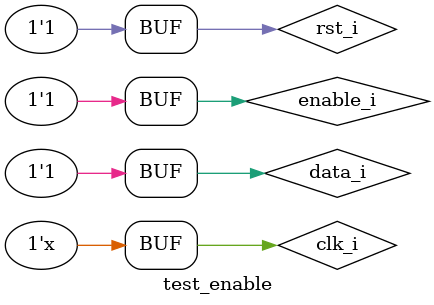
<source format=v>
`timescale 1ns / 1ps


module test_enable;

	// Inputs
	reg clk_i;
	reg rst_i;
	reg enable_i;
	reg data_i;

	// Outputs
	wire data_o;

	// Instantiate the Unit Under Test (UUT)
	Pipe_Reg uut (
		.clk_i(clk_i), 
		.rst_i(rst_i), 
		.enable_i(enable_i), 
		.data_i(data_i), 
		.data_o(data_o)
	);

	initial begin
		// Initialize Inputs
		clk_i = 0;
		rst_i = 0;
		enable_i = 0;
		data_i = 0;

		// Wait 100 ns for global reset to finish
		#100;
		rst_i = 1;
		
		#10;
		data_i = 2'b10;
		
		#50;
		enable_i = 1'b1;
		data_i = 2'b01;
        
		// Add stimulus here
		
		

	end
   always #5 clk_i = ~clk_i;   
endmodule


</source>
